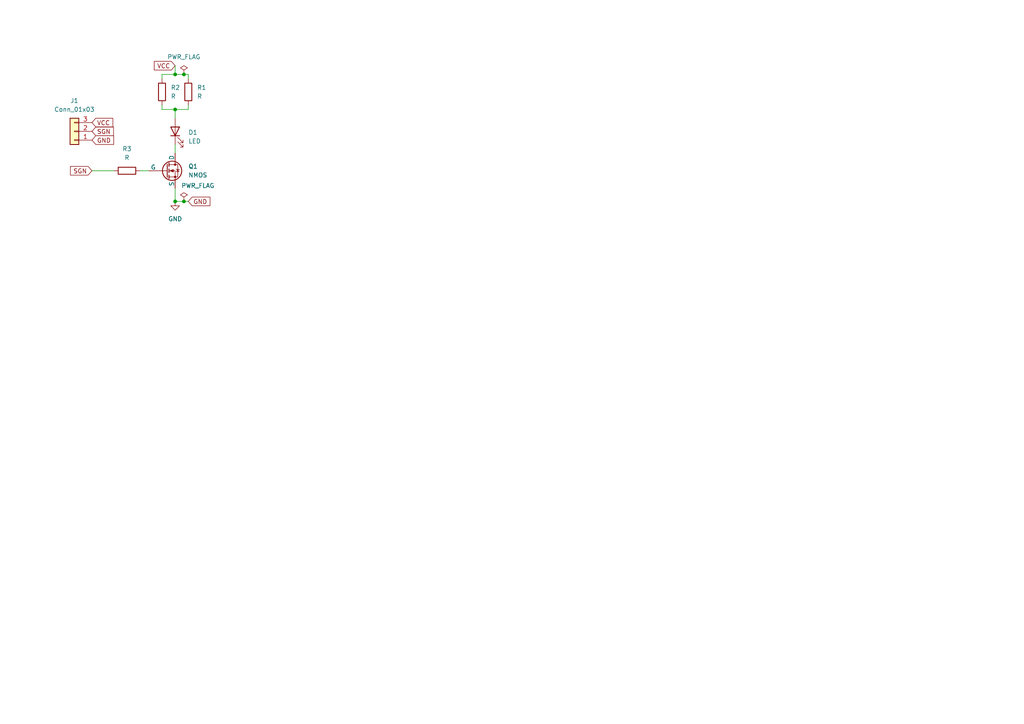
<source format=kicad_sch>
(kicad_sch (version 20250114) (generator "eeschema") (generator_version "9.0")
  (paper "A4")
  (lib_symbols
    (symbol "Connector_Generic:Conn_01x03" (pin_names (offset 1.016) (hide yes))
      (property "Reference" "J" (at 0 5.08 0))
      (property "Value" "Conn_01x03" (at 0 -5.08 0))
      (symbol "Conn_01x03_1_1"
        (rectangle (start -1.27 3.81) (end 1.27 -3.81) (stroke (width 0.254)) (fill (type background)))
        (rectangle (start -1.27 2.667) (end 0 2.413) (stroke (width 0.1524)))
        (rectangle (start -1.27 0.127) (end 0 -0.127) (stroke (width 0.1524)))
        (rectangle (start -1.27 -2.413) (end 0 -2.667) (stroke (width 0.1524)))
        (pin passive line (at -5.08 2.54 0) (length 3.81) (name "Pin_1") (number "1"))
        (pin passive line (at -5.08 0 0) (length 3.81) (name "Pin_2") (number "2"))
        (pin passive line (at -5.08 -2.54 0) (length 3.81) (name "Pin_3") (number "3"))
      )
    )
    (symbol "Device:LED" (pin_numbers (hide yes)) (pin_names (offset 1.016) (hide yes))
      (property "Reference" "D" (at 0 2.54 0))
      (property "Value" "LED" (at 0 -2.54 0))
      (symbol "LED_0_1"
        (polyline (pts (xy -3.048 -0.762) (xy -4.572 -2.286) (xy -3.81 -2.286) (xy -4.572 -2.286) (xy -4.572 -1.524)))
        (polyline (pts (xy -1.778 -0.762) (xy -3.302 -2.286) (xy -2.54 -2.286) (xy -3.302 -2.286) (xy -3.302 -1.524)))
        (polyline (pts (xy -1.27 0) (xy 1.27 0)))
        (polyline (pts (xy -1.27 -1.27) (xy -1.27 1.27)) (stroke (width 0.254)))
        (polyline (pts (xy 1.27 -1.27) (xy 1.27 1.27) (xy -1.27 0) (xy 1.27 -1.27)) (stroke (width 0.254)))
      )
      (symbol "LED_1_1"
        (pin passive line (at -3.81 0 0) (length 2.54) (name "K") (number "1"))
        (pin passive line (at 3.81 0 180) (length 2.54) (name "A") (number "2"))
      )
    )
    (symbol "Device:R" (pin_numbers (hide yes)) (pin_names (offset 0))
      (property "Reference" "R" (at 2.032 0 90))
      (property "Value" "R" (at 0 0 90))
      (symbol "R_0_1"
        (rectangle (start -1.016 -2.54) (end 1.016 2.54) (stroke (width 0.254)))
      )
      (symbol "R_1_1"
        (pin passive line (at 0 3.81 270) (length 1.27) (name "~") (number "1"))
        (pin passive line (at 0 -3.81 90) (length 1.27) (name "~") (number "2"))
      )
    )
    (symbol "Simulation_SPICE:NMOS" (pin_numbers (hide yes)) (pin_names (offset 0))
      (property "Reference" "Q" (at 5.08 1.27 0))
      (property "Value" "NMOS" (at 5.08 -1.27 0))
      (symbol "NMOS_0_1"
        (polyline (pts (xy 0.254 1.905) (xy 0.254 -1.905)) (stroke (width 0.254)))
        (polyline (pts (xy 0.254 0) (xy -2.54 0)))
        (polyline (pts (xy 0.762 2.286) (xy 0.762 1.27)) (stroke (width 0.254)))
        (polyline (pts (xy 0.762 0.508) (xy 0.762 -0.508)) (stroke (width 0.254)))
        (polyline (pts (xy 0.762 -1.27) (xy 0.762 -2.286)) (stroke (width 0.254)))
        (polyline (pts (xy 0.762 -1.778) (xy 3.302 -1.778) (xy 3.302 1.778) (xy 0.762 1.778)))
        (polyline (pts (xy 1.016 0) (xy 2.032 0.381) (xy 2.032 -0.381) (xy 1.016 0)) (fill (type outline)))
        (circle (center 1.651 0) (radius 2.794) (stroke (width 0.254)))
        (polyline (pts (xy 2.54 2.54) (xy 2.54 1.778)))
        (circle (center 2.54 1.778) (radius 0.254) (fill (type outline)))
        (circle (center 2.54 -1.778) (radius 0.254) (fill (type outline)))
        (polyline (pts (xy 2.54 -2.54) (xy 2.54 0) (xy 0.762 0)))
        (polyline (pts (xy 2.794 0.508) (xy 2.921 0.381) (xy 3.683 0.381) (xy 3.81 0.254)))
        (polyline (pts (xy 3.302 0.381) (xy 2.921 -0.254) (xy 3.683 -0.254) (xy 3.302 0.381)))
      )
      (symbol "NMOS_1_1"
        (pin input line (at -5.08 0 0) (length 2.54) (name "G") (number "2"))
        (pin passive line (at 2.54 5.08 270) (length 2.54) (name "D") (number "1"))
        (pin passive line (at 2.54 -5.08 90) (length 2.54) (name "S") (number "3"))
      )
    )
    (symbol "power:GND" (power) (pin_numbers (hide yes)) (pin_names (offset 0) (hide yes))
      (property "Value" "GND" (at 0 -3.81 0))
      (symbol "GND_0_1"
        (polyline (pts (xy 0 0) (xy 0 -1.27) (xy 1.27 -1.27) (xy 0 -2.54) (xy -1.27 -1.27) (xy 0 -1.27)))
      )
      (symbol "GND_1_1"
        (pin power_in line (at 0 0 270) (length 0) (name "~") (number "1"))
      )
    )
    (symbol "power:PWR_FLAG" (power) (pin_numbers (hide yes)) (pin_names (offset 0) (hide yes))
      (property "Value" "PWR_FLAG" (at 0 3.81 0))
      (symbol "PWR_FLAG_0_0"
        (pin power_out line (at 0 0 90) (length 0) (name "~") (number "1"))
      )
      (symbol "PWR_FLAG_0_1"
        (polyline (pts (xy 0 0) (xy 0 1.27) (xy -1.016 1.905) (xy 0 2.54) (xy 1.016 1.905) (xy 0 1.27)))
      )
    )
  )
  (junction (at 53.34 58.42))
  (junction (at 53.34 21.59))
  (junction (at 50.8 31.75))
  (junction (at 50.8 58.42))
  (junction (at 50.8 21.59))
  (wire (pts (xy 50.8 21.59) (xy 53.34 21.59)))
  (wire (pts (xy 46.99 22.86) (xy 46.99 21.59)))
  (wire (pts (xy 54.61 21.59) (xy 54.61 22.86)))
  (wire (pts (xy 53.34 21.59) (xy 54.61 21.59)))
  (wire (pts (xy 50.8 41.91) (xy 50.8 44.45)))
  (wire (pts (xy 54.61 58.42) (xy 53.34 58.42)))
  (wire (pts (xy 50.8 31.75) (xy 50.8 34.29)))
  (wire (pts (xy 50.8 54.61) (xy 50.8 58.42)))
  (wire (pts (xy 26.67 49.53) (xy 33.02 49.53)))
  (wire (pts (xy 40.64 49.53) (xy 43.18 49.53)))
  (wire (pts (xy 50.8 19.05) (xy 50.8 21.59)))
  (wire (pts (xy 46.99 31.75) (xy 50.8 31.75)))
  (wire (pts (xy 54.61 30.48) (xy 54.61 31.75)))
  (wire (pts (xy 46.99 21.59) (xy 50.8 21.59)))
  (wire (pts (xy 46.99 30.48) (xy 46.99 31.75)))
  (wire (pts (xy 53.34 58.42) (xy 50.8 58.42)))
  (wire (pts (xy 50.8 31.75) (xy 54.61 31.75)))
  (global_label "GND" (shape input) (at 26.67 40.64 0) (property "Intersheetrefs" "${INTERSHEET_REFS}" (effects (hide yes))))
  (global_label "VCC" (shape input) (at 50.8 19.05 180) (property "Intersheetrefs" "${INTERSHEET_REFS}" (effects (hide yes))))
  (global_label "SGN" (shape input) (at 26.67 49.53 180) (property "Intersheetrefs" "${INTERSHEET_REFS}" (effects (hide yes))))
  (global_label "GND" (shape input) (at 54.61 58.42 0) (property "Intersheetrefs" "${INTERSHEET_REFS}" (effects (hide yes))))
  (global_label "VCC" (shape input) (at 26.67 35.56 0) (property "Intersheetrefs" "${INTERSHEET_REFS}" (effects (hide yes))))
  (global_label "SGN" (shape input) (at 26.67 38.1 0) (property "Intersheetrefs" "${INTERSHEET_REFS}" (effects (hide yes))))
  (symbol (lib_id "Device:R") (at 36.83 49.53 90) (unit 1)
    (property "Reference" "R3" (at 36.83 43.18 90))
    (property "Value" "R" (at 36.83 45.72 90))
    (property "Footprint" "Resistor_THT:R_Axial_DIN0207_L6.3mm_D2.5mm_P7.62mm_Horizontal" (effects (hide yes)))
    (property "Description" "Resistor" (effects (hide yes)))
  )
  (symbol (lib_id "Connector_Generic:Conn_01x03") (at 21.59 38.1 180) (unit 1)
    (property "Reference" "J1" (at 21.59 29.21 0))
    (property "Value" "Conn_01x03" (at 21.59 31.75 0))
    (property "Footprint" "Connector_PinHeader_2.54mm:PinHeader_1x03_P2.54mm_Vertical" (effects (hide yes)))
    (property "Description" "Generic connector, single row, 01x03, script generated (kicad-library-utils/schlib/autogen/connector/)" (effects (hide yes)))
  )
  (symbol (lib_id "power:GND") (at 50.8 58.42 0) (unit 1)
    (property "Reference" "#PWR01" (effects (hide yes)))
    (property "Value" "GND" (at 50.8 63.5 0))
    (property "Description" "Power symbol creates a global label with name \"GND\" , ground" (effects (hide yes)))
  )
  (symbol (lib_id "Device:LED") (at 50.8 38.1 90) (unit 1)
    (property "Reference" "D1" (at 54.61 38.4174 90) (effects (justify right)))
    (property "Value" "LED" (at 54.61 40.9574 90) (effects (justify right)))
    (property "Footprint" "LED_SMD:LED_Cree-XHP50_6V" (effects (hide yes)))
    (property "Description" "Light emitting diode" (effects (hide yes)))
    (property "Sim.Pins" "1=K 2=A" (effects (hide yes)))
  )
  (symbol (lib_id "power:PWR_FLAG") (at 53.34 21.59 0) (unit 1)
    (property "Reference" "#FLG01" (effects (hide yes)))
    (property "Value" "PWR_FLAG" (at 53.34 16.51 0))
    (property "Description" "Special symbol for telling ERC where power comes from" (effects (hide yes)))
  )
  (symbol (lib_id "power:PWR_FLAG") (at 53.34 58.42 0) (unit 1)
    (property "Reference" "#FLG02" (effects (hide yes)))
    (property "Value" "PWR_FLAG" (at 57.404 53.848 0))
    (property "Description" "Special symbol for telling ERC where power comes from" (effects (hide yes)))
  )
  (symbol (lib_id "Device:R") (at 46.99 26.67 0) (unit 1)
    (property "Reference" "R2" (at 49.53 25.3999 0) (effects (justify left)))
    (property "Value" "R" (at 49.53 27.9399 0) (effects (justify left)))
    (property "Footprint" "Resistor_THT:R_Axial_DIN0309_L9.0mm_D3.2mm_P12.70mm_Horizontal" (effects (hide yes)))
    (property "Description" "Resistor" (effects (hide yes)))
  )
  (symbol (lib_id "Simulation_SPICE:NMOS") (at 48.26 49.53 0) (unit 1)
    (property "Reference" "Q1" (at 54.61 48.2599 0) (effects (justify left)))
    (property "Value" "NMOS" (at 54.61 50.7999 0) (effects (justify left)))
    (property "Footprint" "Package_TO_SOT_THT:TO-220-3_Horizontal_TabDown" (effects (hide yes)))
    (property "Datasheet" "https://ngspice.sourceforge.io/docs/ngspice-html-manual/manual.xhtml#cha_MOSFETs" (effects (hide yes)))
    (property "Description" "N-MOSFET transistor, drain/source/gate" (effects (hide yes)))
    (property "Sim.Device" "NMOS" (effects (hide yes)))
    (property "Sim.Type" "VDMOS" (effects (hide yes)))
    (property "Sim.Pins" "1=D 2=G 3=S" (effects (hide yes)))
  )
  (symbol (lib_id "Device:R") (at 54.61 26.67 0) (unit 1)
    (property "Reference" "R1" (at 57.15 25.3999 0) (effects (justify left)))
    (property "Value" "R" (at 57.15 27.9399 0) (effects (justify left)))
    (property "Footprint" "Resistor_THT:R_Axial_DIN0309_L9.0mm_D3.2mm_P12.70mm_Horizontal" (effects (hide yes)))
    (property "Description" "Resistor" (effects (hide yes)))
  )
)
</source>
